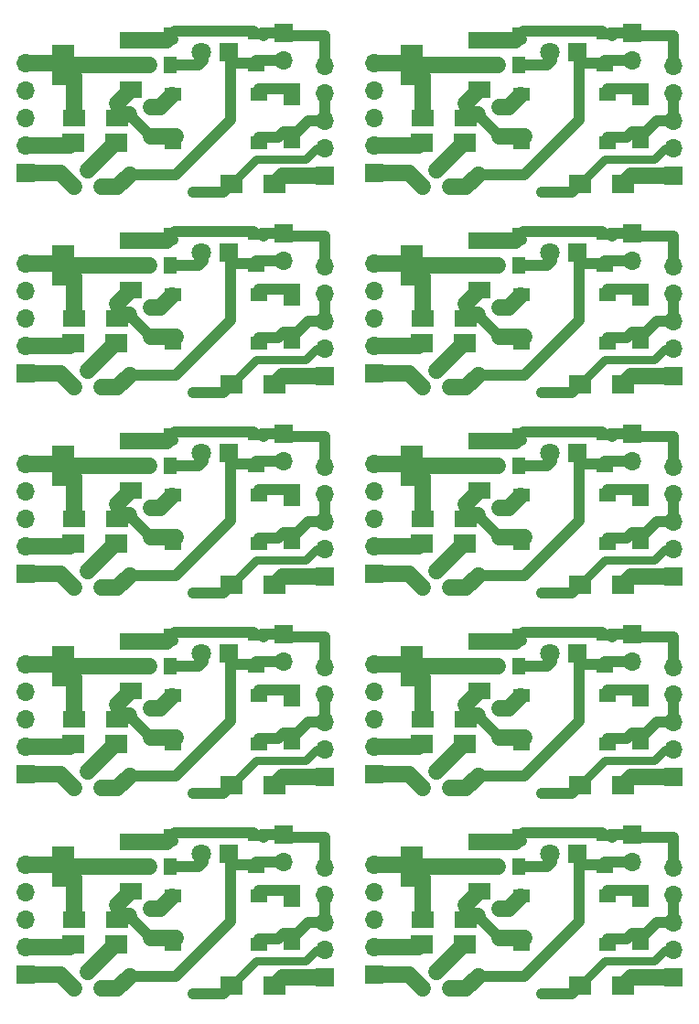
<source format=gbr>
G04 #@! TF.GenerationSoftware,KiCad,Pcbnew,5.1.6-c6e7f7d~86~ubuntu19.10.1*
G04 #@! TF.CreationDate,2021-03-24T15:38:50+01:00*
G04 #@! TF.ProjectId,Switch3V,53776974-6368-4335-962e-6b696361645f,rev?*
G04 #@! TF.SameCoordinates,Original*
G04 #@! TF.FileFunction,Copper,L1,Top*
G04 #@! TF.FilePolarity,Positive*
%FSLAX46Y46*%
G04 Gerber Fmt 4.6, Leading zero omitted, Abs format (unit mm)*
G04 Created by KiCad (PCBNEW 5.1.6-c6e7f7d~86~ubuntu19.10.1) date 2021-03-24 15:38:50*
%MOMM*%
%LPD*%
G01*
G04 APERTURE LIST*
G04 #@! TA.AperFunction,SMDPad,CuDef*
%ADD10R,2.000000X3.800000*%
G04 #@! TD*
G04 #@! TA.AperFunction,SMDPad,CuDef*
%ADD11R,2.000000X1.500000*%
G04 #@! TD*
G04 #@! TA.AperFunction,ComponentPad*
%ADD12C,1.000000*%
G04 #@! TD*
G04 #@! TA.AperFunction,ComponentPad*
%ADD13R,1.000000X1.000000*%
G04 #@! TD*
G04 #@! TA.AperFunction,ComponentPad*
%ADD14R,1.800000X1.800000*%
G04 #@! TD*
G04 #@! TA.AperFunction,ComponentPad*
%ADD15C,1.800000*%
G04 #@! TD*
G04 #@! TA.AperFunction,SMDPad,CuDef*
%ADD16R,1.550000X1.300000*%
G04 #@! TD*
G04 #@! TA.AperFunction,SMDPad,CuDef*
%ADD17R,1.600000X2.000000*%
G04 #@! TD*
G04 #@! TA.AperFunction,ComponentPad*
%ADD18R,1.700000X1.700000*%
G04 #@! TD*
G04 #@! TA.AperFunction,ComponentPad*
%ADD19O,1.700000X1.700000*%
G04 #@! TD*
G04 #@! TA.AperFunction,SMDPad,CuDef*
%ADD20R,2.000000X1.700000*%
G04 #@! TD*
G04 #@! TA.AperFunction,SMDPad,CuDef*
%ADD21R,2.000000X1.600000*%
G04 #@! TD*
G04 #@! TA.AperFunction,SMDPad,CuDef*
%ADD22R,1.300000X1.500000*%
G04 #@! TD*
G04 #@! TA.AperFunction,SMDPad,CuDef*
%ADD23R,1.600000X1.000000*%
G04 #@! TD*
G04 #@! TA.AperFunction,ViaPad*
%ADD24C,0.800000*%
G04 #@! TD*
G04 #@! TA.AperFunction,Conductor*
%ADD25C,1.500000*%
G04 #@! TD*
G04 #@! TA.AperFunction,Conductor*
%ADD26C,1.000000*%
G04 #@! TD*
G04 #@! TA.AperFunction,Conductor*
%ADD27C,0.800000*%
G04 #@! TD*
G04 APERTURE END LIST*
D10*
X205892000Y-123063000D03*
D11*
X212192000Y-123063000D03*
X212192000Y-120763000D03*
X212192000Y-125363000D03*
D12*
X208153000Y-133096000D03*
X206883000Y-134366000D03*
D13*
X209423000Y-134366000D03*
D14*
X221234000Y-121920000D03*
D15*
X218694000Y-121920000D03*
D16*
X224028000Y-130266000D03*
X216078000Y-130266000D03*
X224028000Y-125766000D03*
X216078000Y-125766000D03*
X248336000Y-125766000D03*
X256286000Y-125766000D03*
X248336000Y-130266000D03*
X256286000Y-130266000D03*
D17*
X227076000Y-125762000D03*
X227076000Y-129762000D03*
D18*
X230124000Y-133350000D03*
D19*
X230124000Y-130810000D03*
X230124000Y-128270000D03*
X230124000Y-125730000D03*
X230124000Y-123190000D03*
D20*
X206820000Y-130302000D03*
X210820000Y-130302000D03*
D19*
X262382000Y-123190000D03*
X262382000Y-125730000D03*
X262382000Y-128270000D03*
X262382000Y-130810000D03*
D18*
X262382000Y-133350000D03*
D13*
X241681000Y-134366000D03*
D12*
X239141000Y-134366000D03*
X240411000Y-133096000D03*
D19*
X234696000Y-122936000D03*
X234696000Y-125476000D03*
X234696000Y-128016000D03*
X234696000Y-130556000D03*
D18*
X234696000Y-133096000D03*
X202438000Y-133096000D03*
D19*
X202438000Y-130556000D03*
X202438000Y-128016000D03*
X202438000Y-125476000D03*
X202438000Y-122936000D03*
D21*
X210915000Y-128016000D03*
X206915000Y-128016000D03*
X239173000Y-128016000D03*
X243173000Y-128016000D03*
D20*
X243078000Y-130302000D03*
X239078000Y-130302000D03*
X253683000Y-134112000D03*
X257683000Y-134112000D03*
D15*
X250952000Y-121920000D03*
D14*
X253492000Y-121920000D03*
D20*
X225425000Y-134112000D03*
X221425000Y-134112000D03*
D22*
X248031000Y-123048000D03*
X248031000Y-120348000D03*
D23*
X256032000Y-123166000D03*
X256032000Y-120166000D03*
D17*
X259334000Y-129762000D03*
X259334000Y-125762000D03*
D11*
X244450000Y-125363000D03*
X244450000Y-120763000D03*
X244450000Y-123063000D03*
D10*
X238150000Y-123063000D03*
D23*
X223774000Y-120166000D03*
X223774000Y-123166000D03*
D18*
X258572000Y-120142000D03*
D19*
X258572000Y-122682000D03*
X226314000Y-122682000D03*
D18*
X226314000Y-120142000D03*
D22*
X215773000Y-120348000D03*
X215773000Y-123048000D03*
X215773000Y-104506000D03*
X215773000Y-101806000D03*
D23*
X256032000Y-101624000D03*
X256032000Y-104624000D03*
D12*
X240411000Y-114554000D03*
X239141000Y-115824000D03*
D13*
X241681000Y-115824000D03*
D20*
X239078000Y-111760000D03*
X243078000Y-111760000D03*
D10*
X205892000Y-85979000D03*
D11*
X212192000Y-85979000D03*
X212192000Y-83679000D03*
X212192000Y-88279000D03*
D12*
X208153000Y-96012000D03*
X206883000Y-97282000D03*
D13*
X209423000Y-97282000D03*
D21*
X206915000Y-109474000D03*
X210915000Y-109474000D03*
D19*
X258572000Y-104140000D03*
D18*
X258572000Y-101600000D03*
D19*
X202438000Y-104394000D03*
X202438000Y-106934000D03*
X202438000Y-109474000D03*
X202438000Y-112014000D03*
D18*
X202438000Y-114554000D03*
D14*
X221234000Y-84836000D03*
D15*
X218694000Y-84836000D03*
D18*
X226314000Y-101600000D03*
D19*
X226314000Y-104140000D03*
D16*
X224028000Y-93182000D03*
X216078000Y-93182000D03*
X224028000Y-88682000D03*
X216078000Y-88682000D03*
X248336000Y-88682000D03*
X256286000Y-88682000D03*
X248336000Y-93182000D03*
X256286000Y-93182000D03*
D20*
X257683000Y-115570000D03*
X253683000Y-115570000D03*
D17*
X227076000Y-88678000D03*
X227076000Y-92678000D03*
D18*
X230124000Y-96266000D03*
D19*
X230124000Y-93726000D03*
X230124000Y-91186000D03*
X230124000Y-88646000D03*
X230124000Y-86106000D03*
D20*
X206820000Y-93218000D03*
X210820000Y-93218000D03*
D19*
X262382000Y-86106000D03*
X262382000Y-88646000D03*
X262382000Y-91186000D03*
X262382000Y-93726000D03*
D18*
X262382000Y-96266000D03*
D11*
X212192000Y-106821000D03*
X212192000Y-102221000D03*
X212192000Y-104521000D03*
D10*
X205892000Y-104521000D03*
D13*
X241681000Y-97282000D03*
D12*
X239141000Y-97282000D03*
X240411000Y-96012000D03*
D19*
X234696000Y-85852000D03*
X234696000Y-88392000D03*
X234696000Y-90932000D03*
X234696000Y-93472000D03*
D18*
X234696000Y-96012000D03*
D23*
X223774000Y-104624000D03*
X223774000Y-101624000D03*
D22*
X248031000Y-101806000D03*
X248031000Y-104506000D03*
D18*
X202438000Y-96012000D03*
D19*
X202438000Y-93472000D03*
X202438000Y-90932000D03*
X202438000Y-88392000D03*
X202438000Y-85852000D03*
D21*
X210915000Y-90932000D03*
X206915000Y-90932000D03*
X239173000Y-90932000D03*
X243173000Y-90932000D03*
D18*
X234696000Y-114554000D03*
D19*
X234696000Y-112014000D03*
X234696000Y-109474000D03*
X234696000Y-106934000D03*
X234696000Y-104394000D03*
D20*
X243078000Y-93218000D03*
X239078000Y-93218000D03*
D18*
X262382000Y-114808000D03*
D19*
X262382000Y-112268000D03*
X262382000Y-109728000D03*
X262382000Y-107188000D03*
X262382000Y-104648000D03*
D21*
X243173000Y-109474000D03*
X239173000Y-109474000D03*
D20*
X253683000Y-97028000D03*
X257683000Y-97028000D03*
D16*
X256286000Y-111724000D03*
X248336000Y-111724000D03*
X256286000Y-107224000D03*
X248336000Y-107224000D03*
D15*
X250952000Y-84836000D03*
D14*
X253492000Y-84836000D03*
D17*
X259334000Y-107220000D03*
X259334000Y-111220000D03*
D13*
X209423000Y-115824000D03*
D12*
X206883000Y-115824000D03*
X208153000Y-114554000D03*
D20*
X225425000Y-97028000D03*
X221425000Y-97028000D03*
D16*
X216078000Y-107224000D03*
X224028000Y-107224000D03*
X216078000Y-111724000D03*
X224028000Y-111724000D03*
D22*
X248031000Y-85964000D03*
X248031000Y-83264000D03*
D23*
X256032000Y-86082000D03*
X256032000Y-83082000D03*
D17*
X259334000Y-92678000D03*
X259334000Y-88678000D03*
D11*
X244450000Y-88279000D03*
X244450000Y-83679000D03*
X244450000Y-85979000D03*
D10*
X238150000Y-85979000D03*
D23*
X223774000Y-83082000D03*
X223774000Y-86082000D03*
D14*
X253492000Y-103378000D03*
D15*
X250952000Y-103378000D03*
X218694000Y-103378000D03*
D14*
X221234000Y-103378000D03*
D20*
X210820000Y-111760000D03*
X206820000Y-111760000D03*
D17*
X227076000Y-111220000D03*
X227076000Y-107220000D03*
D20*
X221425000Y-115570000D03*
X225425000Y-115570000D03*
D10*
X238150000Y-104521000D03*
D11*
X244450000Y-104521000D03*
X244450000Y-102221000D03*
X244450000Y-106821000D03*
D19*
X230124000Y-104648000D03*
X230124000Y-107188000D03*
X230124000Y-109728000D03*
X230124000Y-112268000D03*
D18*
X230124000Y-114808000D03*
X258572000Y-83058000D03*
D19*
X258572000Y-85598000D03*
X226314000Y-85598000D03*
D18*
X226314000Y-83058000D03*
D22*
X215773000Y-83264000D03*
X215773000Y-85964000D03*
D10*
X205892000Y-67437000D03*
D11*
X212192000Y-67437000D03*
X212192000Y-65137000D03*
X212192000Y-69737000D03*
D12*
X208153000Y-77470000D03*
X206883000Y-78740000D03*
D13*
X209423000Y-78740000D03*
D14*
X221234000Y-66294000D03*
D15*
X218694000Y-66294000D03*
D16*
X224028000Y-74640000D03*
X216078000Y-74640000D03*
X224028000Y-70140000D03*
X216078000Y-70140000D03*
X248336000Y-70140000D03*
X256286000Y-70140000D03*
X248336000Y-74640000D03*
X256286000Y-74640000D03*
D17*
X227076000Y-70136000D03*
X227076000Y-74136000D03*
D18*
X230124000Y-77724000D03*
D19*
X230124000Y-75184000D03*
X230124000Y-72644000D03*
X230124000Y-70104000D03*
X230124000Y-67564000D03*
D20*
X206820000Y-74676000D03*
X210820000Y-74676000D03*
D19*
X262382000Y-67564000D03*
X262382000Y-70104000D03*
X262382000Y-72644000D03*
X262382000Y-75184000D03*
D18*
X262382000Y-77724000D03*
D13*
X241681000Y-78740000D03*
D12*
X239141000Y-78740000D03*
X240411000Y-77470000D03*
D19*
X234696000Y-67310000D03*
X234696000Y-69850000D03*
X234696000Y-72390000D03*
X234696000Y-74930000D03*
D18*
X234696000Y-77470000D03*
X202438000Y-77470000D03*
D19*
X202438000Y-74930000D03*
X202438000Y-72390000D03*
X202438000Y-69850000D03*
X202438000Y-67310000D03*
D21*
X210915000Y-72390000D03*
X206915000Y-72390000D03*
X239173000Y-72390000D03*
X243173000Y-72390000D03*
D20*
X243078000Y-74676000D03*
X239078000Y-74676000D03*
X253683000Y-78486000D03*
X257683000Y-78486000D03*
D15*
X250952000Y-66294000D03*
D14*
X253492000Y-66294000D03*
D20*
X225425000Y-78486000D03*
X221425000Y-78486000D03*
D22*
X248031000Y-67422000D03*
X248031000Y-64722000D03*
D23*
X256032000Y-67540000D03*
X256032000Y-64540000D03*
D17*
X259334000Y-74136000D03*
X259334000Y-70136000D03*
D11*
X244450000Y-69737000D03*
X244450000Y-65137000D03*
X244450000Y-67437000D03*
D10*
X238150000Y-67437000D03*
D23*
X223774000Y-64540000D03*
X223774000Y-67540000D03*
D18*
X258572000Y-64516000D03*
D19*
X258572000Y-67056000D03*
X226314000Y-67056000D03*
D18*
X226314000Y-64516000D03*
D22*
X215773000Y-64722000D03*
X215773000Y-67422000D03*
D16*
X216078000Y-51598000D03*
X224028000Y-51598000D03*
X216078000Y-56098000D03*
X224028000Y-56098000D03*
D19*
X230124000Y-49022000D03*
X230124000Y-51562000D03*
X230124000Y-54102000D03*
X230124000Y-56642000D03*
D18*
X230124000Y-59182000D03*
D13*
X209423000Y-60198000D03*
D12*
X206883000Y-60198000D03*
X208153000Y-58928000D03*
D19*
X202438000Y-48768000D03*
X202438000Y-51308000D03*
X202438000Y-53848000D03*
X202438000Y-56388000D03*
D18*
X202438000Y-58928000D03*
D21*
X206915000Y-53848000D03*
X210915000Y-53848000D03*
D20*
X210820000Y-56134000D03*
X206820000Y-56134000D03*
X221425000Y-59944000D03*
X225425000Y-59944000D03*
D15*
X218694000Y-47752000D03*
D14*
X221234000Y-47752000D03*
D22*
X215773000Y-48880000D03*
X215773000Y-46180000D03*
D23*
X223774000Y-48998000D03*
X223774000Y-45998000D03*
D17*
X227076000Y-55594000D03*
X227076000Y-51594000D03*
D11*
X212192000Y-51195000D03*
X212192000Y-46595000D03*
X212192000Y-48895000D03*
D10*
X205892000Y-48895000D03*
D18*
X226314000Y-45974000D03*
D19*
X226314000Y-48514000D03*
X258572000Y-48514000D03*
D18*
X258572000Y-45974000D03*
D22*
X248031000Y-46180000D03*
X248031000Y-48880000D03*
D16*
X256286000Y-56098000D03*
X248336000Y-56098000D03*
X256286000Y-51598000D03*
X248336000Y-51598000D03*
D21*
X243173000Y-53848000D03*
X239173000Y-53848000D03*
D17*
X259334000Y-51594000D03*
X259334000Y-55594000D03*
D23*
X256032000Y-45998000D03*
X256032000Y-48998000D03*
D14*
X253492000Y-47752000D03*
D15*
X250952000Y-47752000D03*
D18*
X234696000Y-58928000D03*
D19*
X234696000Y-56388000D03*
X234696000Y-53848000D03*
X234696000Y-51308000D03*
X234696000Y-48768000D03*
D12*
X240411000Y-58928000D03*
X239141000Y-60198000D03*
D13*
X241681000Y-60198000D03*
D20*
X239078000Y-56134000D03*
X243078000Y-56134000D03*
X257683000Y-59944000D03*
X253683000Y-59944000D03*
D10*
X238150000Y-48895000D03*
D11*
X244450000Y-48895000D03*
X244450000Y-46595000D03*
X244450000Y-51195000D03*
D18*
X262382000Y-59182000D03*
D19*
X262382000Y-56642000D03*
X262382000Y-54102000D03*
X262382000Y-51562000D03*
X262382000Y-49022000D03*
D24*
X246253000Y-55499000D03*
X213995000Y-55499000D03*
X246253000Y-74041000D03*
X213995000Y-74041000D03*
X246253000Y-92583000D03*
X213995000Y-111125000D03*
X213995000Y-92583000D03*
X246253000Y-111125000D03*
X246253000Y-129667000D03*
X213995000Y-129667000D03*
X246126000Y-48895000D03*
X213868000Y-48895000D03*
X246126000Y-67437000D03*
X213868000Y-67437000D03*
X246126000Y-104521000D03*
X213868000Y-104521000D03*
X246126000Y-85979000D03*
X213868000Y-85979000D03*
X246126000Y-123063000D03*
X213868000Y-123063000D03*
X246253000Y-52832000D03*
X213995000Y-52832000D03*
X213995000Y-71374000D03*
X246253000Y-71374000D03*
X213995000Y-89916000D03*
X246253000Y-108458000D03*
X213995000Y-108458000D03*
X246253000Y-89916000D03*
X213995000Y-127000000D03*
X246253000Y-127000000D03*
X250190000Y-60706000D03*
X217932000Y-60706000D03*
X250190000Y-79248000D03*
X217932000Y-79248000D03*
X217932000Y-116332000D03*
X250190000Y-97790000D03*
X250190000Y-116332000D03*
X217932000Y-97790000D03*
X250190000Y-134874000D03*
X217932000Y-134874000D03*
D25*
X237871000Y-58928000D02*
X239141000Y-60198000D01*
X234696000Y-58928000D02*
X236728000Y-58928000D01*
X243173000Y-52472000D02*
X244450000Y-51195000D01*
D26*
X243173000Y-53467000D02*
X243173000Y-52472000D01*
D25*
X248539000Y-55499000D02*
X246253000Y-55499000D01*
X236728000Y-58928000D02*
X237871000Y-58928000D01*
X244221000Y-53467000D02*
X243173000Y-53467000D01*
D26*
X246253000Y-55499000D02*
X244221000Y-53467000D01*
X258064000Y-55626000D02*
X258572000Y-55118000D01*
X256286000Y-55626000D02*
X258064000Y-55626000D01*
X262382000Y-51562000D02*
X262382000Y-54102000D01*
X260826000Y-54102000D02*
X259334000Y-55594000D01*
X262382000Y-54102000D02*
X260826000Y-54102000D01*
D25*
X204470000Y-58928000D02*
X205613000Y-58928000D01*
D26*
X228568000Y-54102000D02*
X227076000Y-55594000D01*
D25*
X202438000Y-58928000D02*
X204470000Y-58928000D01*
D26*
X230124000Y-51562000D02*
X230124000Y-54102000D01*
X225806000Y-55626000D02*
X226314000Y-55118000D01*
X230124000Y-54102000D02*
X228568000Y-54102000D01*
D25*
X211963000Y-53467000D02*
X210915000Y-53467000D01*
D26*
X224028000Y-55626000D02*
X225806000Y-55626000D01*
D25*
X205613000Y-58928000D02*
X206883000Y-60198000D01*
X216281000Y-55499000D02*
X213995000Y-55499000D01*
X210915000Y-52472000D02*
X212192000Y-51195000D01*
D26*
X213995000Y-55499000D02*
X211963000Y-53467000D01*
X210915000Y-53467000D02*
X210915000Y-52472000D01*
D25*
X236728000Y-77470000D02*
X237871000Y-77470000D01*
D26*
X230124000Y-70104000D02*
X230124000Y-72644000D01*
X260826000Y-72644000D02*
X259334000Y-74136000D01*
D25*
X234696000Y-77470000D02*
X236728000Y-77470000D01*
D26*
X262382000Y-70104000D02*
X262382000Y-72644000D01*
X258064000Y-74168000D02*
X258572000Y-73660000D01*
D25*
X202438000Y-77470000D02*
X204470000Y-77470000D01*
D26*
X262382000Y-72644000D02*
X260826000Y-72644000D01*
D25*
X244221000Y-72009000D02*
X243173000Y-72009000D01*
D26*
X256286000Y-74168000D02*
X258064000Y-74168000D01*
D25*
X237871000Y-77470000D02*
X239141000Y-78740000D01*
D26*
X210915000Y-72009000D02*
X210915000Y-71014000D01*
D25*
X216281000Y-74041000D02*
X213995000Y-74041000D01*
X211963000Y-72009000D02*
X210915000Y-72009000D01*
D26*
X224028000Y-74168000D02*
X225806000Y-74168000D01*
D25*
X248539000Y-74041000D02*
X246253000Y-74041000D01*
X243173000Y-71014000D02*
X244450000Y-69737000D01*
D26*
X246253000Y-74041000D02*
X244221000Y-72009000D01*
X228568000Y-72644000D02*
X227076000Y-74136000D01*
D25*
X204470000Y-77470000D02*
X205613000Y-77470000D01*
D26*
X243173000Y-72009000D02*
X243173000Y-71014000D01*
D25*
X205613000Y-77470000D02*
X206883000Y-78740000D01*
D26*
X225806000Y-74168000D02*
X226314000Y-73660000D01*
X213995000Y-74041000D02*
X211963000Y-72009000D01*
D25*
X210915000Y-71014000D02*
X212192000Y-69737000D01*
D26*
X230124000Y-72644000D02*
X228568000Y-72644000D01*
X262382000Y-107188000D02*
X262382000Y-109728000D01*
D25*
X236728000Y-96012000D02*
X237871000Y-96012000D01*
D26*
X230124000Y-88646000D02*
X230124000Y-91186000D01*
X260826000Y-91186000D02*
X259334000Y-92678000D01*
D25*
X205613000Y-114554000D02*
X206883000Y-115824000D01*
D26*
X210915000Y-109093000D02*
X210915000Y-108098000D01*
D25*
X234696000Y-96012000D02*
X236728000Y-96012000D01*
D26*
X262382000Y-88646000D02*
X262382000Y-91186000D01*
X258064000Y-111252000D02*
X258572000Y-110744000D01*
X258064000Y-92710000D02*
X258572000Y-92202000D01*
D25*
X202438000Y-96012000D02*
X204470000Y-96012000D01*
D26*
X262382000Y-91186000D02*
X260826000Y-91186000D01*
D25*
X216281000Y-111125000D02*
X213995000Y-111125000D01*
X244221000Y-90551000D02*
X243173000Y-90551000D01*
D26*
X256286000Y-92710000D02*
X258064000Y-92710000D01*
X225806000Y-111252000D02*
X226314000Y-110744000D01*
D25*
X211963000Y-109093000D02*
X210915000Y-109093000D01*
X237871000Y-96012000D02*
X239141000Y-97282000D01*
D26*
X210915000Y-90551000D02*
X210915000Y-89556000D01*
D25*
X216281000Y-92583000D02*
X213995000Y-92583000D01*
D26*
X246253000Y-111125000D02*
X244221000Y-109093000D01*
D25*
X211963000Y-90551000D02*
X210915000Y-90551000D01*
D26*
X224028000Y-92710000D02*
X225806000Y-92710000D01*
D25*
X244221000Y-109093000D02*
X243173000Y-109093000D01*
X248539000Y-92583000D02*
X246253000Y-92583000D01*
X202438000Y-114554000D02*
X204470000Y-114554000D01*
X243173000Y-89556000D02*
X244450000Y-88279000D01*
D26*
X246253000Y-92583000D02*
X244221000Y-90551000D01*
D25*
X237871000Y-114554000D02*
X239141000Y-115824000D01*
D26*
X228568000Y-91186000D02*
X227076000Y-92678000D01*
D25*
X210915000Y-108098000D02*
X212192000Y-106821000D01*
D26*
X213995000Y-111125000D02*
X211963000Y-109093000D01*
D25*
X204470000Y-96012000D02*
X205613000Y-96012000D01*
D26*
X230124000Y-109728000D02*
X228568000Y-109728000D01*
X243173000Y-90551000D02*
X243173000Y-89556000D01*
X256286000Y-111252000D02*
X258064000Y-111252000D01*
D25*
X236728000Y-114554000D02*
X237871000Y-114554000D01*
X243173000Y-108098000D02*
X244450000Y-106821000D01*
X205613000Y-96012000D02*
X206883000Y-97282000D01*
D26*
X262382000Y-109728000D02*
X260826000Y-109728000D01*
X225806000Y-92710000D02*
X226314000Y-92202000D01*
D25*
X204470000Y-114554000D02*
X205613000Y-114554000D01*
D26*
X213995000Y-92583000D02*
X211963000Y-90551000D01*
D25*
X234696000Y-114554000D02*
X236728000Y-114554000D01*
X248539000Y-111125000D02*
X246253000Y-111125000D01*
D26*
X228568000Y-109728000D02*
X227076000Y-111220000D01*
X243173000Y-109093000D02*
X243173000Y-108098000D01*
D25*
X210915000Y-89556000D02*
X212192000Y-88279000D01*
D26*
X224028000Y-111252000D02*
X225806000Y-111252000D01*
X260826000Y-109728000D02*
X259334000Y-111220000D01*
X230124000Y-91186000D02*
X228568000Y-91186000D01*
X230124000Y-107188000D02*
X230124000Y-109728000D01*
D25*
X236728000Y-133096000D02*
X237871000Y-133096000D01*
D26*
X230124000Y-125730000D02*
X230124000Y-128270000D01*
X260826000Y-128270000D02*
X259334000Y-129762000D01*
D25*
X234696000Y-133096000D02*
X236728000Y-133096000D01*
D26*
X262382000Y-125730000D02*
X262382000Y-128270000D01*
X258064000Y-129794000D02*
X258572000Y-129286000D01*
D25*
X202438000Y-133096000D02*
X204470000Y-133096000D01*
D26*
X262382000Y-128270000D02*
X260826000Y-128270000D01*
D25*
X244221000Y-127635000D02*
X243173000Y-127635000D01*
D26*
X256286000Y-129794000D02*
X258064000Y-129794000D01*
D25*
X237871000Y-133096000D02*
X239141000Y-134366000D01*
D26*
X210915000Y-127635000D02*
X210915000Y-126640000D01*
D25*
X216281000Y-129667000D02*
X213995000Y-129667000D01*
X211963000Y-127635000D02*
X210915000Y-127635000D01*
D26*
X224028000Y-129794000D02*
X225806000Y-129794000D01*
D25*
X248539000Y-129667000D02*
X246253000Y-129667000D01*
X243173000Y-126640000D02*
X244450000Y-125363000D01*
D26*
X246253000Y-129667000D02*
X244221000Y-127635000D01*
X228568000Y-128270000D02*
X227076000Y-129762000D01*
D25*
X204470000Y-133096000D02*
X205613000Y-133096000D01*
D26*
X243173000Y-127635000D02*
X243173000Y-126640000D01*
D25*
X205613000Y-133096000D02*
X206883000Y-134366000D01*
D26*
X225806000Y-129794000D02*
X226314000Y-129286000D01*
X213995000Y-129667000D02*
X211963000Y-127635000D01*
D25*
X210915000Y-126640000D02*
X212192000Y-125363000D01*
D26*
X230124000Y-128270000D02*
X228568000Y-128270000D01*
D25*
X261493000Y-59182000D02*
X258953000Y-59182000D01*
D26*
X238023000Y-48768000D02*
X238150000Y-48895000D01*
D25*
X234696000Y-48768000D02*
X238023000Y-48768000D01*
D26*
X239173000Y-49918000D02*
X238150000Y-48895000D01*
D25*
X239173000Y-53467000D02*
X239173000Y-49918000D01*
D26*
X258953000Y-59182000D02*
X258699000Y-59436000D01*
D25*
X244450000Y-48895000D02*
X246126000Y-48895000D01*
X258445000Y-59182000D02*
X257683000Y-59944000D01*
D26*
X258953000Y-59182000D02*
X258445000Y-59182000D01*
D25*
X244450000Y-48895000D02*
X238150000Y-48895000D01*
X226187000Y-59182000D02*
X225425000Y-59944000D01*
D26*
X226695000Y-59182000D02*
X226187000Y-59182000D01*
D25*
X212192000Y-48895000D02*
X205892000Y-48895000D01*
D26*
X206915000Y-49918000D02*
X205892000Y-48895000D01*
D25*
X212192000Y-48895000D02*
X213868000Y-48895000D01*
D26*
X205765000Y-48768000D02*
X205892000Y-48895000D01*
D25*
X206915000Y-53467000D02*
X206915000Y-49918000D01*
X229235000Y-59182000D02*
X226695000Y-59182000D01*
X202438000Y-48768000D02*
X205765000Y-48768000D01*
D26*
X226695000Y-59182000D02*
X226441000Y-59436000D01*
D25*
X206915000Y-72009000D02*
X206915000Y-68460000D01*
X212192000Y-67437000D02*
X213868000Y-67437000D01*
X258445000Y-77724000D02*
X257683000Y-78486000D01*
D26*
X258953000Y-77724000D02*
X258445000Y-77724000D01*
D25*
X244450000Y-67437000D02*
X238150000Y-67437000D01*
D26*
X239173000Y-68460000D02*
X238150000Y-67437000D01*
D25*
X244450000Y-67437000D02*
X246126000Y-67437000D01*
D26*
X238023000Y-67310000D02*
X238150000Y-67437000D01*
X206915000Y-68460000D02*
X205892000Y-67437000D01*
D25*
X239173000Y-72009000D02*
X239173000Y-68460000D01*
X261493000Y-77724000D02*
X258953000Y-77724000D01*
X229235000Y-77724000D02*
X226695000Y-77724000D01*
D26*
X226695000Y-77724000D02*
X226441000Y-77978000D01*
D25*
X234696000Y-67310000D02*
X238023000Y-67310000D01*
X226187000Y-77724000D02*
X225425000Y-78486000D01*
D26*
X226695000Y-77724000D02*
X226187000Y-77724000D01*
D25*
X212192000Y-67437000D02*
X205892000Y-67437000D01*
D26*
X258953000Y-77724000D02*
X258699000Y-77978000D01*
D25*
X202438000Y-67310000D02*
X205765000Y-67310000D01*
D26*
X205765000Y-67310000D02*
X205892000Y-67437000D01*
D25*
X206915000Y-90551000D02*
X206915000Y-87002000D01*
X212192000Y-85979000D02*
X213868000Y-85979000D01*
X258445000Y-96266000D02*
X257683000Y-97028000D01*
D26*
X258953000Y-96266000D02*
X258445000Y-96266000D01*
D25*
X244450000Y-85979000D02*
X238150000Y-85979000D01*
D26*
X258953000Y-114808000D02*
X258699000Y-115062000D01*
D25*
X229235000Y-114808000D02*
X226695000Y-114808000D01*
D26*
X239173000Y-87002000D02*
X238150000Y-85979000D01*
X226695000Y-114808000D02*
X226441000Y-115062000D01*
X205765000Y-104394000D02*
X205892000Y-104521000D01*
D25*
X206915000Y-109093000D02*
X206915000Y-105544000D01*
X258445000Y-114808000D02*
X257683000Y-115570000D01*
D26*
X258953000Y-114808000D02*
X258445000Y-114808000D01*
D25*
X244450000Y-85979000D02*
X246126000Y-85979000D01*
D26*
X238023000Y-85852000D02*
X238150000Y-85979000D01*
D25*
X212192000Y-104521000D02*
X205892000Y-104521000D01*
X239173000Y-109093000D02*
X239173000Y-105544000D01*
D26*
X206915000Y-87002000D02*
X205892000Y-85979000D01*
D25*
X239173000Y-90551000D02*
X239173000Y-87002000D01*
X261493000Y-96266000D02*
X258953000Y-96266000D01*
X229235000Y-96266000D02*
X226695000Y-96266000D01*
D26*
X226695000Y-96266000D02*
X226441000Y-96520000D01*
D25*
X234696000Y-104394000D02*
X238023000Y-104394000D01*
X202438000Y-104394000D02*
X205765000Y-104394000D01*
D26*
X206915000Y-105544000D02*
X205892000Y-104521000D01*
D25*
X234696000Y-85852000D02*
X238023000Y-85852000D01*
X226187000Y-96266000D02*
X225425000Y-97028000D01*
D26*
X226695000Y-96266000D02*
X226187000Y-96266000D01*
D25*
X212192000Y-85979000D02*
X205892000Y-85979000D01*
X244450000Y-104521000D02*
X246126000Y-104521000D01*
D26*
X226695000Y-114808000D02*
X226187000Y-114808000D01*
X239173000Y-105544000D02*
X238150000Y-104521000D01*
D25*
X261493000Y-114808000D02*
X258953000Y-114808000D01*
D26*
X258953000Y-96266000D02*
X258699000Y-96520000D01*
D25*
X226187000Y-114808000D02*
X225425000Y-115570000D01*
D26*
X238023000Y-104394000D02*
X238150000Y-104521000D01*
D25*
X202438000Y-85852000D02*
X205765000Y-85852000D01*
X212192000Y-104521000D02*
X213868000Y-104521000D01*
X244450000Y-104521000D02*
X238150000Y-104521000D01*
D26*
X205765000Y-85852000D02*
X205892000Y-85979000D01*
D25*
X206915000Y-127635000D02*
X206915000Y-124086000D01*
X212192000Y-123063000D02*
X213868000Y-123063000D01*
X258445000Y-133350000D02*
X257683000Y-134112000D01*
D26*
X258953000Y-133350000D02*
X258445000Y-133350000D01*
D25*
X244450000Y-123063000D02*
X238150000Y-123063000D01*
D26*
X239173000Y-124086000D02*
X238150000Y-123063000D01*
D25*
X244450000Y-123063000D02*
X246126000Y-123063000D01*
D26*
X238023000Y-122936000D02*
X238150000Y-123063000D01*
X206915000Y-124086000D02*
X205892000Y-123063000D01*
D25*
X239173000Y-127635000D02*
X239173000Y-124086000D01*
X261493000Y-133350000D02*
X258953000Y-133350000D01*
X229235000Y-133350000D02*
X226695000Y-133350000D01*
D26*
X226695000Y-133350000D02*
X226441000Y-133604000D01*
D25*
X234696000Y-122936000D02*
X238023000Y-122936000D01*
X226187000Y-133350000D02*
X225425000Y-134112000D01*
D26*
X226695000Y-133350000D02*
X226187000Y-133350000D01*
D25*
X212192000Y-123063000D02*
X205892000Y-123063000D01*
D26*
X258953000Y-133350000D02*
X258699000Y-133604000D01*
D25*
X202438000Y-122936000D02*
X205765000Y-122936000D01*
D26*
X205765000Y-122936000D02*
X205892000Y-123063000D01*
D25*
X247140000Y-52832000D02*
X248247000Y-51725000D01*
X246253000Y-52832000D02*
X247140000Y-52832000D01*
D26*
X258564000Y-51126000D02*
X258572000Y-51118000D01*
X256286000Y-51126000D02*
X258564000Y-51126000D01*
D25*
X214882000Y-52832000D02*
X215989000Y-51725000D01*
X213995000Y-52832000D02*
X214882000Y-52832000D01*
D26*
X224028000Y-51126000D02*
X226306000Y-51126000D01*
X226306000Y-51126000D02*
X226314000Y-51118000D01*
X224028000Y-69668000D02*
X226306000Y-69668000D01*
D25*
X213995000Y-71374000D02*
X214882000Y-71374000D01*
X247140000Y-71374000D02*
X248247000Y-70267000D01*
X246253000Y-71374000D02*
X247140000Y-71374000D01*
X214882000Y-71374000D02*
X215989000Y-70267000D01*
D26*
X256286000Y-69668000D02*
X258564000Y-69668000D01*
X226306000Y-69668000D02*
X226314000Y-69660000D01*
X258564000Y-69668000D02*
X258572000Y-69660000D01*
X224028000Y-88210000D02*
X226306000Y-88210000D01*
D25*
X213995000Y-89916000D02*
X214882000Y-89916000D01*
X247140000Y-89916000D02*
X248247000Y-88809000D01*
X246253000Y-89916000D02*
X247140000Y-89916000D01*
D26*
X258564000Y-106752000D02*
X258572000Y-106744000D01*
X256286000Y-106752000D02*
X258564000Y-106752000D01*
D25*
X214882000Y-89916000D02*
X215989000Y-88809000D01*
D26*
X256286000Y-88210000D02*
X258564000Y-88210000D01*
X226306000Y-88210000D02*
X226314000Y-88202000D01*
X226306000Y-106752000D02*
X226314000Y-106744000D01*
X258564000Y-88210000D02*
X258572000Y-88202000D01*
X224028000Y-106752000D02*
X226306000Y-106752000D01*
D25*
X214882000Y-108458000D02*
X215989000Y-107351000D01*
X246253000Y-108458000D02*
X247140000Y-108458000D01*
X247140000Y-108458000D02*
X248247000Y-107351000D01*
X213995000Y-108458000D02*
X214882000Y-108458000D01*
D26*
X224028000Y-125294000D02*
X226306000Y-125294000D01*
D25*
X213995000Y-127000000D02*
X214882000Y-127000000D01*
X247140000Y-127000000D02*
X248247000Y-125893000D01*
X246253000Y-127000000D02*
X247140000Y-127000000D01*
X214882000Y-127000000D02*
X215989000Y-125893000D01*
D26*
X256286000Y-125294000D02*
X258564000Y-125294000D01*
X226306000Y-125294000D02*
X226314000Y-125286000D01*
X258564000Y-125294000D02*
X258572000Y-125286000D01*
X247728000Y-46595000D02*
X247777000Y-46546000D01*
D25*
X244450000Y-46595000D02*
X247728000Y-46595000D01*
D26*
X247777000Y-46546000D02*
X248348000Y-46546000D01*
X256492000Y-45974000D02*
X256667000Y-46149000D01*
X258747000Y-46149000D02*
X258572000Y-45974000D01*
X261191000Y-46149000D02*
X258747000Y-46149000D01*
X258572000Y-45974000D02*
X256492000Y-45974000D01*
X248467000Y-45744000D02*
X248031000Y-46180000D01*
X255778000Y-45744000D02*
X248467000Y-45744000D01*
X262382000Y-49022000D02*
X262382000Y-46228000D01*
X261270000Y-46228000D02*
X261191000Y-46149000D01*
X262382000Y-46228000D02*
X261270000Y-46228000D01*
X223520000Y-45744000D02*
X216209000Y-45744000D01*
X215519000Y-46546000D02*
X216090000Y-46546000D01*
X224234000Y-45974000D02*
X224409000Y-46149000D01*
X215470000Y-46595000D02*
X215519000Y-46546000D01*
D25*
X212192000Y-46595000D02*
X215470000Y-46595000D01*
D26*
X226489000Y-46149000D02*
X226314000Y-45974000D01*
X230124000Y-46228000D02*
X229012000Y-46228000D01*
X230124000Y-49022000D02*
X230124000Y-46228000D01*
X229012000Y-46228000D02*
X228933000Y-46149000D01*
X216209000Y-45744000D02*
X215773000Y-46180000D01*
X226314000Y-45974000D02*
X224234000Y-45974000D01*
X228933000Y-46149000D02*
X226489000Y-46149000D01*
X255778000Y-64286000D02*
X248467000Y-64286000D01*
X247777000Y-65088000D02*
X248348000Y-65088000D01*
X256492000Y-64516000D02*
X256667000Y-64691000D01*
X247728000Y-65137000D02*
X247777000Y-65088000D01*
D25*
X244450000Y-65137000D02*
X247728000Y-65137000D01*
D26*
X258747000Y-64691000D02*
X258572000Y-64516000D01*
X262382000Y-64770000D02*
X261270000Y-64770000D01*
X262382000Y-67564000D02*
X262382000Y-64770000D01*
X215519000Y-65088000D02*
X216090000Y-65088000D01*
X224234000Y-64516000D02*
X224409000Y-64691000D01*
X261270000Y-64770000D02*
X261191000Y-64691000D01*
X230124000Y-64770000D02*
X229012000Y-64770000D01*
X226314000Y-64516000D02*
X224234000Y-64516000D01*
X228933000Y-64691000D02*
X226489000Y-64691000D01*
X248467000Y-64286000D02*
X248031000Y-64722000D01*
X226489000Y-64691000D02*
X226314000Y-64516000D01*
X215470000Y-65137000D02*
X215519000Y-65088000D01*
D25*
X212192000Y-65137000D02*
X215470000Y-65137000D01*
D26*
X258572000Y-64516000D02*
X256492000Y-64516000D01*
X216209000Y-64286000D02*
X215773000Y-64722000D01*
X230124000Y-67564000D02*
X230124000Y-64770000D01*
X223520000Y-64286000D02*
X216209000Y-64286000D01*
X261191000Y-64691000D02*
X258747000Y-64691000D01*
X229012000Y-64770000D02*
X228933000Y-64691000D01*
X255778000Y-82828000D02*
X248467000Y-82828000D01*
X247777000Y-83630000D02*
X248348000Y-83630000D01*
X256492000Y-83058000D02*
X256667000Y-83233000D01*
X247728000Y-83679000D02*
X247777000Y-83630000D01*
D25*
X244450000Y-83679000D02*
X247728000Y-83679000D01*
D26*
X226489000Y-101775000D02*
X226314000Y-101600000D01*
X247728000Y-102221000D02*
X247777000Y-102172000D01*
X230124000Y-101854000D02*
X229012000Y-101854000D01*
X256492000Y-101600000D02*
X256667000Y-101775000D01*
X258747000Y-83233000D02*
X258572000Y-83058000D01*
X262382000Y-83312000D02*
X261270000Y-83312000D01*
X262382000Y-86106000D02*
X262382000Y-83312000D01*
X215519000Y-83630000D02*
X216090000Y-83630000D01*
X224234000Y-83058000D02*
X224409000Y-83233000D01*
X230124000Y-104648000D02*
X230124000Y-101854000D01*
X261270000Y-83312000D02*
X261191000Y-83233000D01*
X261191000Y-101775000D02*
X258747000Y-101775000D01*
X223520000Y-101370000D02*
X216209000Y-101370000D01*
X230124000Y-83312000D02*
X229012000Y-83312000D01*
X228933000Y-101775000D02*
X226489000Y-101775000D01*
X248467000Y-101370000D02*
X248031000Y-101806000D01*
X216209000Y-101370000D02*
X215773000Y-101806000D01*
X226314000Y-83058000D02*
X224234000Y-83058000D01*
X228933000Y-83233000D02*
X226489000Y-83233000D01*
X261270000Y-101854000D02*
X261191000Y-101775000D01*
X226314000Y-101600000D02*
X224234000Y-101600000D01*
X248467000Y-82828000D02*
X248031000Y-83264000D01*
X226489000Y-83233000D02*
X226314000Y-83058000D01*
X215470000Y-83679000D02*
X215519000Y-83630000D01*
D25*
X212192000Y-83679000D02*
X215470000Y-83679000D01*
D26*
X258572000Y-83058000D02*
X256492000Y-83058000D01*
X247777000Y-102172000D02*
X248348000Y-102172000D01*
X262382000Y-104648000D02*
X262382000Y-101854000D01*
D25*
X244450000Y-102221000D02*
X247728000Y-102221000D01*
D26*
X224234000Y-101600000D02*
X224409000Y-101775000D01*
X216209000Y-82828000D02*
X215773000Y-83264000D01*
X262382000Y-101854000D02*
X261270000Y-101854000D01*
X215470000Y-102221000D02*
X215519000Y-102172000D01*
X230124000Y-86106000D02*
X230124000Y-83312000D01*
X223520000Y-82828000D02*
X216209000Y-82828000D01*
X258572000Y-101600000D02*
X256492000Y-101600000D01*
D25*
X212192000Y-102221000D02*
X215470000Y-102221000D01*
D26*
X229012000Y-101854000D02*
X228933000Y-101775000D01*
X261191000Y-83233000D02*
X258747000Y-83233000D01*
X255778000Y-101370000D02*
X248467000Y-101370000D01*
X229012000Y-83312000D02*
X228933000Y-83233000D01*
X258747000Y-101775000D02*
X258572000Y-101600000D01*
X215519000Y-102172000D02*
X216090000Y-102172000D01*
X255778000Y-119912000D02*
X248467000Y-119912000D01*
X247777000Y-120714000D02*
X248348000Y-120714000D01*
X256492000Y-120142000D02*
X256667000Y-120317000D01*
X247728000Y-120763000D02*
X247777000Y-120714000D01*
D25*
X244450000Y-120763000D02*
X247728000Y-120763000D01*
D26*
X258747000Y-120317000D02*
X258572000Y-120142000D01*
X262382000Y-120396000D02*
X261270000Y-120396000D01*
X262382000Y-123190000D02*
X262382000Y-120396000D01*
X215519000Y-120714000D02*
X216090000Y-120714000D01*
X224234000Y-120142000D02*
X224409000Y-120317000D01*
X261270000Y-120396000D02*
X261191000Y-120317000D01*
X230124000Y-120396000D02*
X229012000Y-120396000D01*
X226314000Y-120142000D02*
X224234000Y-120142000D01*
X228933000Y-120317000D02*
X226489000Y-120317000D01*
X248467000Y-119912000D02*
X248031000Y-120348000D01*
X226489000Y-120317000D02*
X226314000Y-120142000D01*
X215470000Y-120763000D02*
X215519000Y-120714000D01*
D25*
X212192000Y-120763000D02*
X215470000Y-120763000D01*
D26*
X258572000Y-120142000D02*
X256492000Y-120142000D01*
X216209000Y-119912000D02*
X215773000Y-120348000D01*
X230124000Y-123190000D02*
X230124000Y-120396000D01*
X223520000Y-119912000D02*
X216209000Y-119912000D01*
X261191000Y-120317000D02*
X258747000Y-120317000D01*
X229012000Y-120396000D02*
X228933000Y-120317000D01*
D25*
X241681000Y-60198000D02*
X243181000Y-60198000D01*
X243181000Y-60198000D02*
X244324000Y-59055000D01*
D26*
X244324000Y-59055000D02*
X248539000Y-59055000D01*
X253619000Y-53975000D02*
X253619000Y-48514000D01*
X248539000Y-59055000D02*
X253619000Y-53975000D01*
X256008000Y-48514000D02*
X255778000Y-48744000D01*
X258572000Y-48514000D02*
X256008000Y-48514000D01*
X253849000Y-48744000D02*
X253619000Y-48514000D01*
X255778000Y-48744000D02*
X253849000Y-48744000D01*
D25*
X209423000Y-60198000D02*
X210923000Y-60198000D01*
X210923000Y-60198000D02*
X212066000Y-59055000D01*
D26*
X223520000Y-48744000D02*
X221591000Y-48744000D01*
X223750000Y-48514000D02*
X223520000Y-48744000D01*
X212066000Y-59055000D02*
X216281000Y-59055000D01*
X221361000Y-53975000D02*
X221361000Y-48514000D01*
X216281000Y-59055000D02*
X221361000Y-53975000D01*
X226314000Y-48514000D02*
X223750000Y-48514000D01*
X221591000Y-48744000D02*
X221361000Y-48514000D01*
D25*
X241681000Y-78740000D02*
X243181000Y-78740000D01*
X243181000Y-78740000D02*
X244324000Y-77597000D01*
D26*
X255778000Y-67286000D02*
X253849000Y-67286000D01*
X221361000Y-72517000D02*
X221361000Y-67056000D01*
X256008000Y-67056000D02*
X255778000Y-67286000D01*
D25*
X210923000Y-78740000D02*
X212066000Y-77597000D01*
D26*
X244324000Y-77597000D02*
X248539000Y-77597000D01*
X212066000Y-77597000D02*
X216281000Y-77597000D01*
X253619000Y-72517000D02*
X253619000Y-67056000D01*
X248539000Y-77597000D02*
X253619000Y-72517000D01*
D25*
X209423000Y-78740000D02*
X210923000Y-78740000D01*
D26*
X258572000Y-67056000D02*
X256008000Y-67056000D01*
X221591000Y-67286000D02*
X221361000Y-67056000D01*
X226314000Y-67056000D02*
X223750000Y-67056000D01*
X223750000Y-67056000D02*
X223520000Y-67286000D01*
X223520000Y-67286000D02*
X221591000Y-67286000D01*
X216281000Y-77597000D02*
X221361000Y-72517000D01*
X253849000Y-67286000D02*
X253619000Y-67056000D01*
X221591000Y-104370000D02*
X221361000Y-104140000D01*
D25*
X241681000Y-97282000D02*
X243181000Y-97282000D01*
X243181000Y-97282000D02*
X244324000Y-96139000D01*
D26*
X255778000Y-85828000D02*
X253849000Y-85828000D01*
X212066000Y-114681000D02*
X216281000Y-114681000D01*
X248539000Y-114681000D02*
X253619000Y-109601000D01*
X221361000Y-109601000D02*
X221361000Y-104140000D01*
X226314000Y-104140000D02*
X223750000Y-104140000D01*
X221361000Y-91059000D02*
X221361000Y-85598000D01*
X256008000Y-85598000D02*
X255778000Y-85828000D01*
X258572000Y-104140000D02*
X256008000Y-104140000D01*
D25*
X210923000Y-97282000D02*
X212066000Y-96139000D01*
D26*
X253849000Y-104370000D02*
X253619000Y-104140000D01*
X244324000Y-96139000D02*
X248539000Y-96139000D01*
X212066000Y-96139000D02*
X216281000Y-96139000D01*
D25*
X243181000Y-115824000D02*
X244324000Y-114681000D01*
X210923000Y-115824000D02*
X212066000Y-114681000D01*
D26*
X256008000Y-104140000D02*
X255778000Y-104370000D01*
X244324000Y-114681000D02*
X248539000Y-114681000D01*
X253619000Y-109601000D02*
X253619000Y-104140000D01*
X253619000Y-91059000D02*
X253619000Y-85598000D01*
D25*
X209423000Y-115824000D02*
X210923000Y-115824000D01*
D26*
X248539000Y-96139000D02*
X253619000Y-91059000D01*
D25*
X209423000Y-97282000D02*
X210923000Y-97282000D01*
D26*
X258572000Y-85598000D02*
X256008000Y-85598000D01*
X221591000Y-85828000D02*
X221361000Y-85598000D01*
X226314000Y-85598000D02*
X223750000Y-85598000D01*
D25*
X241681000Y-115824000D02*
X243181000Y-115824000D01*
D26*
X223520000Y-104370000D02*
X221591000Y-104370000D01*
X255778000Y-104370000D02*
X253849000Y-104370000D01*
X223750000Y-85598000D02*
X223520000Y-85828000D01*
X223520000Y-85828000D02*
X221591000Y-85828000D01*
X216281000Y-114681000D02*
X221361000Y-109601000D01*
X216281000Y-96139000D02*
X221361000Y-91059000D01*
X253849000Y-85828000D02*
X253619000Y-85598000D01*
X223750000Y-104140000D02*
X223520000Y-104370000D01*
D25*
X241681000Y-134366000D02*
X243181000Y-134366000D01*
X243181000Y-134366000D02*
X244324000Y-133223000D01*
D26*
X255778000Y-122912000D02*
X253849000Y-122912000D01*
X221361000Y-128143000D02*
X221361000Y-122682000D01*
X256008000Y-122682000D02*
X255778000Y-122912000D01*
D25*
X210923000Y-134366000D02*
X212066000Y-133223000D01*
D26*
X244324000Y-133223000D02*
X248539000Y-133223000D01*
X212066000Y-133223000D02*
X216281000Y-133223000D01*
X253619000Y-128143000D02*
X253619000Y-122682000D01*
X248539000Y-133223000D02*
X253619000Y-128143000D01*
D25*
X209423000Y-134366000D02*
X210923000Y-134366000D01*
D26*
X258572000Y-122682000D02*
X256008000Y-122682000D01*
X221591000Y-122912000D02*
X221361000Y-122682000D01*
X226314000Y-122682000D02*
X223750000Y-122682000D01*
X223750000Y-122682000D02*
X223520000Y-122912000D01*
X223520000Y-122912000D02*
X221591000Y-122912000D01*
X216281000Y-133223000D02*
X221361000Y-128143000D01*
X253849000Y-122912000D02*
X253619000Y-122682000D01*
X250713000Y-48880000D02*
X251079000Y-48514000D01*
X248031000Y-48880000D02*
X250713000Y-48880000D01*
X218455000Y-48880000D02*
X218821000Y-48514000D01*
X215773000Y-48880000D02*
X218455000Y-48880000D01*
X218455000Y-67422000D02*
X218821000Y-67056000D01*
X215773000Y-67422000D02*
X218455000Y-67422000D01*
X250713000Y-67422000D02*
X251079000Y-67056000D01*
X248031000Y-67422000D02*
X250713000Y-67422000D01*
X218455000Y-85964000D02*
X218821000Y-85598000D01*
X215773000Y-85964000D02*
X218455000Y-85964000D01*
X215773000Y-104506000D02*
X218455000Y-104506000D01*
X250713000Y-85964000D02*
X251079000Y-85598000D01*
X248031000Y-85964000D02*
X250713000Y-85964000D01*
X248031000Y-104506000D02*
X250713000Y-104506000D01*
X250713000Y-104506000D02*
X251079000Y-104140000D01*
X218455000Y-104506000D02*
X218821000Y-104140000D01*
X218455000Y-123048000D02*
X218821000Y-122682000D01*
X215773000Y-123048000D02*
X218455000Y-123048000D01*
X250713000Y-123048000D02*
X251079000Y-122682000D01*
X248031000Y-123048000D02*
X250713000Y-123048000D01*
X253833000Y-59944000D02*
X253683000Y-59944000D01*
X252921000Y-60706000D02*
X253683000Y-59944000D01*
X250190000Y-60706000D02*
X252921000Y-60706000D01*
D27*
X255969000Y-57658000D02*
X253683000Y-59944000D01*
X260604000Y-57658000D02*
X255969000Y-57658000D01*
X261620000Y-56642000D02*
X260604000Y-57658000D01*
X262382000Y-56642000D02*
X261620000Y-56642000D01*
D26*
X217932000Y-60706000D02*
X220663000Y-60706000D01*
X221575000Y-59944000D02*
X221425000Y-59944000D01*
D27*
X230124000Y-56642000D02*
X229362000Y-56642000D01*
X229362000Y-56642000D02*
X228346000Y-57658000D01*
X223711000Y-57658000D02*
X221425000Y-59944000D01*
D26*
X220663000Y-60706000D02*
X221425000Y-59944000D01*
D27*
X228346000Y-57658000D02*
X223711000Y-57658000D01*
D26*
X250190000Y-79248000D02*
X252921000Y-79248000D01*
X253833000Y-78486000D02*
X253683000Y-78486000D01*
D27*
X262382000Y-75184000D02*
X261620000Y-75184000D01*
X229362000Y-75184000D02*
X228346000Y-76200000D01*
X261620000Y-75184000D02*
X260604000Y-76200000D01*
D26*
X221575000Y-78486000D02*
X221425000Y-78486000D01*
D27*
X255969000Y-76200000D02*
X253683000Y-78486000D01*
X228346000Y-76200000D02*
X223711000Y-76200000D01*
X230124000Y-75184000D02*
X229362000Y-75184000D01*
D26*
X252921000Y-79248000D02*
X253683000Y-78486000D01*
X217932000Y-79248000D02*
X220663000Y-79248000D01*
D27*
X223711000Y-76200000D02*
X221425000Y-78486000D01*
D26*
X220663000Y-79248000D02*
X221425000Y-78486000D01*
D27*
X260604000Y-76200000D02*
X255969000Y-76200000D01*
D26*
X250190000Y-97790000D02*
X252921000Y-97790000D01*
X253833000Y-97028000D02*
X253683000Y-97028000D01*
D27*
X261620000Y-112268000D02*
X260604000Y-113284000D01*
D26*
X220663000Y-116332000D02*
X221425000Y-115570000D01*
D27*
X262382000Y-112268000D02*
X261620000Y-112268000D01*
X262382000Y-93726000D02*
X261620000Y-93726000D01*
X230124000Y-112268000D02*
X229362000Y-112268000D01*
X229362000Y-112268000D02*
X228346000Y-113284000D01*
X229362000Y-93726000D02*
X228346000Y-94742000D01*
X261620000Y-93726000D02*
X260604000Y-94742000D01*
D26*
X221575000Y-115570000D02*
X221425000Y-115570000D01*
X221575000Y-97028000D02*
X221425000Y-97028000D01*
D27*
X255969000Y-94742000D02*
X253683000Y-97028000D01*
X223711000Y-113284000D02*
X221425000Y-115570000D01*
X255969000Y-113284000D02*
X253683000Y-115570000D01*
X228346000Y-94742000D02*
X223711000Y-94742000D01*
X230124000Y-93726000D02*
X229362000Y-93726000D01*
D26*
X252921000Y-97790000D02*
X253683000Y-97028000D01*
D27*
X228346000Y-113284000D02*
X223711000Y-113284000D01*
D26*
X252921000Y-116332000D02*
X253683000Y-115570000D01*
D27*
X260604000Y-113284000D02*
X255969000Y-113284000D01*
D26*
X217932000Y-97790000D02*
X220663000Y-97790000D01*
X250190000Y-116332000D02*
X252921000Y-116332000D01*
X217932000Y-116332000D02*
X220663000Y-116332000D01*
X253833000Y-115570000D02*
X253683000Y-115570000D01*
D27*
X223711000Y-94742000D02*
X221425000Y-97028000D01*
D26*
X220663000Y-97790000D02*
X221425000Y-97028000D01*
D27*
X260604000Y-94742000D02*
X255969000Y-94742000D01*
D26*
X250190000Y-134874000D02*
X252921000Y-134874000D01*
X253833000Y-134112000D02*
X253683000Y-134112000D01*
D27*
X262382000Y-130810000D02*
X261620000Y-130810000D01*
X229362000Y-130810000D02*
X228346000Y-131826000D01*
X261620000Y-130810000D02*
X260604000Y-131826000D01*
D26*
X221575000Y-134112000D02*
X221425000Y-134112000D01*
D27*
X255969000Y-131826000D02*
X253683000Y-134112000D01*
X228346000Y-131826000D02*
X223711000Y-131826000D01*
X230124000Y-130810000D02*
X229362000Y-130810000D01*
D26*
X252921000Y-134874000D02*
X253683000Y-134112000D01*
X217932000Y-134874000D02*
X220663000Y-134874000D01*
D27*
X223711000Y-131826000D02*
X221425000Y-134112000D01*
D26*
X220663000Y-134874000D02*
X221425000Y-134112000D01*
D27*
X260604000Y-131826000D02*
X255969000Y-131826000D01*
D25*
X240411000Y-58674000D02*
X243078000Y-56007000D01*
D26*
X240411000Y-58928000D02*
X240411000Y-58674000D01*
D25*
X208153000Y-58674000D02*
X210820000Y-56007000D01*
D26*
X208153000Y-58928000D02*
X208153000Y-58674000D01*
D25*
X240411000Y-77216000D02*
X243078000Y-74549000D01*
D26*
X240411000Y-77470000D02*
X240411000Y-77216000D01*
X208153000Y-77470000D02*
X208153000Y-77216000D01*
D25*
X208153000Y-77216000D02*
X210820000Y-74549000D01*
X240411000Y-95758000D02*
X243078000Y-93091000D01*
D26*
X240411000Y-96012000D02*
X240411000Y-95758000D01*
D25*
X208153000Y-114300000D02*
X210820000Y-111633000D01*
X240411000Y-114300000D02*
X243078000Y-111633000D01*
D26*
X208153000Y-96012000D02*
X208153000Y-95758000D01*
D25*
X208153000Y-95758000D02*
X210820000Y-93091000D01*
D26*
X240411000Y-114554000D02*
X240411000Y-114300000D01*
X208153000Y-114554000D02*
X208153000Y-114300000D01*
D25*
X240411000Y-132842000D02*
X243078000Y-130175000D01*
D26*
X240411000Y-133096000D02*
X240411000Y-132842000D01*
X208153000Y-133096000D02*
X208153000Y-132842000D01*
D25*
X208153000Y-132842000D02*
X210820000Y-130175000D01*
D26*
X238697000Y-56388000D02*
X239078000Y-56007000D01*
D25*
X234696000Y-56388000D02*
X238697000Y-56388000D01*
D26*
X206439000Y-56388000D02*
X206820000Y-56007000D01*
D25*
X202438000Y-56388000D02*
X206439000Y-56388000D01*
D26*
X238697000Y-74930000D02*
X239078000Y-74549000D01*
D25*
X234696000Y-74930000D02*
X238697000Y-74930000D01*
X202438000Y-74930000D02*
X206439000Y-74930000D01*
D26*
X206439000Y-74930000D02*
X206820000Y-74549000D01*
X238697000Y-93472000D02*
X239078000Y-93091000D01*
D25*
X234696000Y-93472000D02*
X238697000Y-93472000D01*
D26*
X206439000Y-112014000D02*
X206820000Y-111633000D01*
X238697000Y-112014000D02*
X239078000Y-111633000D01*
D25*
X234696000Y-112014000D02*
X238697000Y-112014000D01*
X202438000Y-93472000D02*
X206439000Y-93472000D01*
D26*
X206439000Y-93472000D02*
X206820000Y-93091000D01*
D25*
X202438000Y-112014000D02*
X206439000Y-112014000D01*
D26*
X238697000Y-130556000D02*
X239078000Y-130175000D01*
D25*
X234696000Y-130556000D02*
X238697000Y-130556000D01*
X202438000Y-130556000D02*
X206439000Y-130556000D01*
D26*
X206439000Y-130556000D02*
X206820000Y-130175000D01*
M02*

</source>
